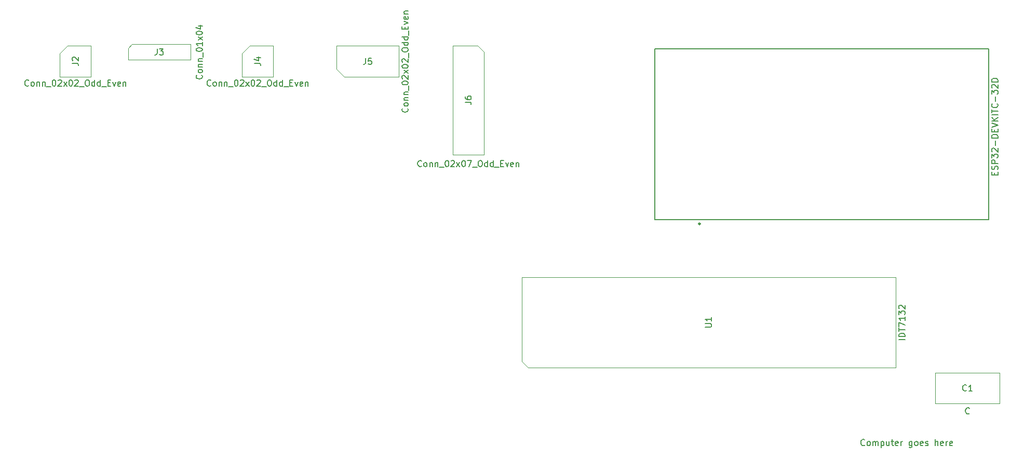
<source format=gbr>
G04 #@! TF.GenerationSoftware,KiCad,Pcbnew,5.1.10-88a1d61d58~88~ubuntu18.04.1*
G04 #@! TF.CreationDate,2021-08-07T15:14:50-07:00*
G04 #@! TF.ProjectId,apple2idiot_new,6170706c-6532-4696-9469-6f745f6e6577,1.1*
G04 #@! TF.SameCoordinates,Original*
G04 #@! TF.FileFunction,Other,Fab,Top*
%FSLAX46Y46*%
G04 Gerber Fmt 4.6, Leading zero omitted, Abs format (unit mm)*
G04 Created by KiCad (PCBNEW 5.1.10-88a1d61d58~88~ubuntu18.04.1) date 2021-08-07 15:14:50*
%MOMM*%
%LPD*%
G01*
G04 APERTURE LIST*
%ADD10C,0.127000*%
%ADD11C,0.280000*%
%ADD12C,0.100000*%
%ADD13C,0.150000*%
G04 APERTURE END LIST*
D10*
X181050000Y-87050000D02*
X181050000Y-59150000D01*
X181050000Y-59150000D02*
X235450000Y-59150000D01*
X235450000Y-59150000D02*
X235450000Y-87050000D01*
X235450000Y-87050000D02*
X181050000Y-87050000D01*
D11*
X188440000Y-87700000D02*
G75*
G03*
X188440000Y-87700000I-140000J0D01*
G01*
X188440000Y-87700000D02*
G75*
G03*
X188440000Y-87700000I-140000J0D01*
G01*
D12*
X159330000Y-110145000D02*
X159330000Y-96415000D01*
X159330000Y-96415000D02*
X220290000Y-96415000D01*
X220290000Y-96415000D02*
X220290000Y-111145000D01*
X220290000Y-111145000D02*
X160330000Y-111145000D01*
X160330000Y-111145000D02*
X159330000Y-110145000D01*
X148090000Y-58630000D02*
X152170000Y-58630000D01*
X152170000Y-58630000D02*
X153170000Y-59630000D01*
X153170000Y-59630000D02*
X153170000Y-76410000D01*
X153170000Y-76410000D02*
X148090000Y-76410000D01*
X148090000Y-76410000D02*
X148090000Y-58630000D01*
X129130000Y-62500000D02*
X129130000Y-58690000D01*
X129130000Y-58690000D02*
X139290000Y-58690000D01*
X139290000Y-58690000D02*
X139290000Y-63770000D01*
X139290000Y-63770000D02*
X130400000Y-63770000D01*
X130400000Y-63770000D02*
X129130000Y-62500000D01*
X115000000Y-58630000D02*
X118810000Y-58630000D01*
X118810000Y-58630000D02*
X118810000Y-63710000D01*
X118810000Y-63710000D02*
X113730000Y-63710000D01*
X113730000Y-63710000D02*
X113730000Y-59900000D01*
X113730000Y-59900000D02*
X115000000Y-58630000D01*
X95130000Y-60970000D02*
X95130000Y-59065000D01*
X95130000Y-59065000D02*
X95765000Y-58430000D01*
X95765000Y-58430000D02*
X105290000Y-58430000D01*
X105290000Y-58430000D02*
X105290000Y-60970000D01*
X105290000Y-60970000D02*
X95130000Y-60970000D01*
X85300000Y-58630000D02*
X89110000Y-58630000D01*
X89110000Y-58630000D02*
X89110000Y-63710000D01*
X89110000Y-63710000D02*
X84030000Y-63710000D01*
X84030000Y-63710000D02*
X84030000Y-59900000D01*
X84030000Y-59900000D02*
X85300000Y-58630000D01*
X226750000Y-112000000D02*
X226750000Y-117000000D01*
X226750000Y-117000000D02*
X237250000Y-117000000D01*
X237250000Y-117000000D02*
X237250000Y-112000000D01*
X237250000Y-112000000D02*
X226750000Y-112000000D01*
D13*
X236423031Y-79700174D02*
X236423031Y-79366492D01*
X236947389Y-79223485D02*
X236947389Y-79700174D01*
X235946342Y-79700174D01*
X235946342Y-79223485D01*
X236899720Y-78842134D02*
X236947389Y-78699127D01*
X236947389Y-78460783D01*
X236899720Y-78365445D01*
X236852051Y-78317776D01*
X236756713Y-78270107D01*
X236661376Y-78270107D01*
X236566038Y-78317776D01*
X236518369Y-78365445D01*
X236470700Y-78460783D01*
X236423031Y-78651458D01*
X236375362Y-78746796D01*
X236327693Y-78794465D01*
X236232356Y-78842134D01*
X236137018Y-78842134D01*
X236041680Y-78794465D01*
X235994011Y-78746796D01*
X235946342Y-78651458D01*
X235946342Y-78413114D01*
X235994011Y-78270107D01*
X236947389Y-77841087D02*
X235946342Y-77841087D01*
X235946342Y-77459736D01*
X235994011Y-77364398D01*
X236041680Y-77316729D01*
X236137018Y-77269060D01*
X236280024Y-77269060D01*
X236375362Y-77316729D01*
X236423031Y-77364398D01*
X236470700Y-77459736D01*
X236470700Y-77841087D01*
X235946342Y-76935378D02*
X235946342Y-76315682D01*
X236327693Y-76649364D01*
X236327693Y-76506358D01*
X236375362Y-76411020D01*
X236423031Y-76363351D01*
X236518369Y-76315682D01*
X236756713Y-76315682D01*
X236852051Y-76363351D01*
X236899720Y-76411020D01*
X236947389Y-76506358D01*
X236947389Y-76792371D01*
X236899720Y-76887709D01*
X236852051Y-76935378D01*
X236041680Y-75934331D02*
X235994011Y-75886662D01*
X235946342Y-75791324D01*
X235946342Y-75552980D01*
X235994011Y-75457642D01*
X236041680Y-75409973D01*
X236137018Y-75362304D01*
X236232356Y-75362304D01*
X236375362Y-75409973D01*
X236947389Y-75982000D01*
X236947389Y-75362304D01*
X236566038Y-74933284D02*
X236566038Y-74170581D01*
X236947389Y-73693892D02*
X235946342Y-73693892D01*
X235946342Y-73455548D01*
X235994011Y-73312541D01*
X236089349Y-73217203D01*
X236184687Y-73169534D01*
X236375362Y-73121865D01*
X236518369Y-73121865D01*
X236709045Y-73169534D01*
X236804382Y-73217203D01*
X236899720Y-73312541D01*
X236947389Y-73455548D01*
X236947389Y-73693892D01*
X236423031Y-72692845D02*
X236423031Y-72359163D01*
X236947389Y-72216156D02*
X236947389Y-72692845D01*
X235946342Y-72692845D01*
X235946342Y-72216156D01*
X235946342Y-71930143D02*
X236947389Y-71596461D01*
X235946342Y-71262778D01*
X236947389Y-70929096D02*
X235946342Y-70929096D01*
X236947389Y-70357069D02*
X236375362Y-70786089D01*
X235946342Y-70357069D02*
X236518369Y-70929096D01*
X236947389Y-69928049D02*
X235946342Y-69928049D01*
X235946342Y-69594367D02*
X235946342Y-69022340D01*
X236947389Y-69308353D02*
X235946342Y-69308353D01*
X236852051Y-68116630D02*
X236899720Y-68164299D01*
X236947389Y-68307306D01*
X236947389Y-68402644D01*
X236899720Y-68545651D01*
X236804382Y-68640988D01*
X236709045Y-68688657D01*
X236518369Y-68736326D01*
X236375362Y-68736326D01*
X236184687Y-68688657D01*
X236089349Y-68640988D01*
X235994011Y-68545651D01*
X235946342Y-68402644D01*
X235946342Y-68307306D01*
X235994011Y-68164299D01*
X236041680Y-68116630D01*
X236566038Y-67687610D02*
X236566038Y-66924908D01*
X235946342Y-66543557D02*
X235946342Y-65923861D01*
X236327693Y-66257543D01*
X236327693Y-66114536D01*
X236375362Y-66019199D01*
X236423031Y-65971530D01*
X236518369Y-65923861D01*
X236756713Y-65923861D01*
X236852051Y-65971530D01*
X236899720Y-66019199D01*
X236947389Y-66114536D01*
X236947389Y-66400550D01*
X236899720Y-66495888D01*
X236852051Y-66543557D01*
X236041680Y-65542510D02*
X235994011Y-65494841D01*
X235946342Y-65399503D01*
X235946342Y-65161158D01*
X235994011Y-65065821D01*
X236041680Y-65018152D01*
X236137018Y-64970483D01*
X236232356Y-64970483D01*
X236375362Y-65018152D01*
X236947389Y-65590179D01*
X236947389Y-64970483D01*
X236947389Y-64541463D02*
X235946342Y-64541463D01*
X235946342Y-64303118D01*
X235994011Y-64160111D01*
X236089349Y-64064774D01*
X236184687Y-64017105D01*
X236375362Y-63969436D01*
X236518369Y-63969436D01*
X236709045Y-64017105D01*
X236804382Y-64064774D01*
X236899720Y-64160111D01*
X236947389Y-64303118D01*
X236947389Y-64541463D01*
X221802380Y-106565714D02*
X220802380Y-106565714D01*
X221802380Y-106089523D02*
X220802380Y-106089523D01*
X220802380Y-105851428D01*
X220850000Y-105708571D01*
X220945238Y-105613333D01*
X221040476Y-105565714D01*
X221230952Y-105518095D01*
X221373809Y-105518095D01*
X221564285Y-105565714D01*
X221659523Y-105613333D01*
X221754761Y-105708571D01*
X221802380Y-105851428D01*
X221802380Y-106089523D01*
X220802380Y-105232380D02*
X220802380Y-104660952D01*
X221802380Y-104946666D02*
X220802380Y-104946666D01*
X220802380Y-104422857D02*
X220802380Y-103756190D01*
X221802380Y-104184761D01*
X221802380Y-102851428D02*
X221802380Y-103422857D01*
X221802380Y-103137142D02*
X220802380Y-103137142D01*
X220945238Y-103232380D01*
X221040476Y-103327619D01*
X221088095Y-103422857D01*
X220802380Y-102518095D02*
X220802380Y-101899047D01*
X221183333Y-102232380D01*
X221183333Y-102089523D01*
X221230952Y-101994285D01*
X221278571Y-101946666D01*
X221373809Y-101899047D01*
X221611904Y-101899047D01*
X221707142Y-101946666D01*
X221754761Y-101994285D01*
X221802380Y-102089523D01*
X221802380Y-102375238D01*
X221754761Y-102470476D01*
X221707142Y-102518095D01*
X220897619Y-101518095D02*
X220850000Y-101470476D01*
X220802380Y-101375238D01*
X220802380Y-101137142D01*
X220850000Y-101041904D01*
X220897619Y-100994285D01*
X220992857Y-100946666D01*
X221088095Y-100946666D01*
X221230952Y-100994285D01*
X221802380Y-101565714D01*
X221802380Y-100946666D01*
X189262380Y-104541904D02*
X190071904Y-104541904D01*
X190167142Y-104494285D01*
X190214761Y-104446666D01*
X190262380Y-104351428D01*
X190262380Y-104160952D01*
X190214761Y-104065714D01*
X190167142Y-104018095D01*
X190071904Y-103970476D01*
X189262380Y-103970476D01*
X190262380Y-102970476D02*
X190262380Y-103541904D01*
X190262380Y-103256190D02*
X189262380Y-103256190D01*
X189405238Y-103351428D01*
X189500476Y-103446666D01*
X189548095Y-103541904D01*
X142987142Y-78267142D02*
X142939523Y-78314761D01*
X142796666Y-78362380D01*
X142701428Y-78362380D01*
X142558571Y-78314761D01*
X142463333Y-78219523D01*
X142415714Y-78124285D01*
X142368095Y-77933809D01*
X142368095Y-77790952D01*
X142415714Y-77600476D01*
X142463333Y-77505238D01*
X142558571Y-77410000D01*
X142701428Y-77362380D01*
X142796666Y-77362380D01*
X142939523Y-77410000D01*
X142987142Y-77457619D01*
X143558571Y-78362380D02*
X143463333Y-78314761D01*
X143415714Y-78267142D01*
X143368095Y-78171904D01*
X143368095Y-77886190D01*
X143415714Y-77790952D01*
X143463333Y-77743333D01*
X143558571Y-77695714D01*
X143701428Y-77695714D01*
X143796666Y-77743333D01*
X143844285Y-77790952D01*
X143891904Y-77886190D01*
X143891904Y-78171904D01*
X143844285Y-78267142D01*
X143796666Y-78314761D01*
X143701428Y-78362380D01*
X143558571Y-78362380D01*
X144320476Y-77695714D02*
X144320476Y-78362380D01*
X144320476Y-77790952D02*
X144368095Y-77743333D01*
X144463333Y-77695714D01*
X144606190Y-77695714D01*
X144701428Y-77743333D01*
X144749047Y-77838571D01*
X144749047Y-78362380D01*
X145225238Y-77695714D02*
X145225238Y-78362380D01*
X145225238Y-77790952D02*
X145272857Y-77743333D01*
X145368095Y-77695714D01*
X145510952Y-77695714D01*
X145606190Y-77743333D01*
X145653809Y-77838571D01*
X145653809Y-78362380D01*
X145891904Y-78457619D02*
X146653809Y-78457619D01*
X147082380Y-77362380D02*
X147177619Y-77362380D01*
X147272857Y-77410000D01*
X147320476Y-77457619D01*
X147368095Y-77552857D01*
X147415714Y-77743333D01*
X147415714Y-77981428D01*
X147368095Y-78171904D01*
X147320476Y-78267142D01*
X147272857Y-78314761D01*
X147177619Y-78362380D01*
X147082380Y-78362380D01*
X146987142Y-78314761D01*
X146939523Y-78267142D01*
X146891904Y-78171904D01*
X146844285Y-77981428D01*
X146844285Y-77743333D01*
X146891904Y-77552857D01*
X146939523Y-77457619D01*
X146987142Y-77410000D01*
X147082380Y-77362380D01*
X147796666Y-77457619D02*
X147844285Y-77410000D01*
X147939523Y-77362380D01*
X148177619Y-77362380D01*
X148272857Y-77410000D01*
X148320476Y-77457619D01*
X148368095Y-77552857D01*
X148368095Y-77648095D01*
X148320476Y-77790952D01*
X147749047Y-78362380D01*
X148368095Y-78362380D01*
X148701428Y-78362380D02*
X149225238Y-77695714D01*
X148701428Y-77695714D02*
X149225238Y-78362380D01*
X149796666Y-77362380D02*
X149891904Y-77362380D01*
X149987142Y-77410000D01*
X150034761Y-77457619D01*
X150082380Y-77552857D01*
X150130000Y-77743333D01*
X150130000Y-77981428D01*
X150082380Y-78171904D01*
X150034761Y-78267142D01*
X149987142Y-78314761D01*
X149891904Y-78362380D01*
X149796666Y-78362380D01*
X149701428Y-78314761D01*
X149653809Y-78267142D01*
X149606190Y-78171904D01*
X149558571Y-77981428D01*
X149558571Y-77743333D01*
X149606190Y-77552857D01*
X149653809Y-77457619D01*
X149701428Y-77410000D01*
X149796666Y-77362380D01*
X150463333Y-77362380D02*
X151130000Y-77362380D01*
X150701428Y-78362380D01*
X151272857Y-78457619D02*
X152034761Y-78457619D01*
X152463333Y-77362380D02*
X152653809Y-77362380D01*
X152749047Y-77410000D01*
X152844285Y-77505238D01*
X152891904Y-77695714D01*
X152891904Y-78029047D01*
X152844285Y-78219523D01*
X152749047Y-78314761D01*
X152653809Y-78362380D01*
X152463333Y-78362380D01*
X152368095Y-78314761D01*
X152272857Y-78219523D01*
X152225238Y-78029047D01*
X152225238Y-77695714D01*
X152272857Y-77505238D01*
X152368095Y-77410000D01*
X152463333Y-77362380D01*
X153749047Y-78362380D02*
X153749047Y-77362380D01*
X153749047Y-78314761D02*
X153653809Y-78362380D01*
X153463333Y-78362380D01*
X153368095Y-78314761D01*
X153320476Y-78267142D01*
X153272857Y-78171904D01*
X153272857Y-77886190D01*
X153320476Y-77790952D01*
X153368095Y-77743333D01*
X153463333Y-77695714D01*
X153653809Y-77695714D01*
X153749047Y-77743333D01*
X154653809Y-78362380D02*
X154653809Y-77362380D01*
X154653809Y-78314761D02*
X154558571Y-78362380D01*
X154368095Y-78362380D01*
X154272857Y-78314761D01*
X154225238Y-78267142D01*
X154177619Y-78171904D01*
X154177619Y-77886190D01*
X154225238Y-77790952D01*
X154272857Y-77743333D01*
X154368095Y-77695714D01*
X154558571Y-77695714D01*
X154653809Y-77743333D01*
X154891904Y-78457619D02*
X155653809Y-78457619D01*
X155891904Y-77838571D02*
X156225238Y-77838571D01*
X156368095Y-78362380D02*
X155891904Y-78362380D01*
X155891904Y-77362380D01*
X156368095Y-77362380D01*
X156701428Y-77695714D02*
X156939523Y-78362380D01*
X157177619Y-77695714D01*
X157939523Y-78314761D02*
X157844285Y-78362380D01*
X157653809Y-78362380D01*
X157558571Y-78314761D01*
X157510952Y-78219523D01*
X157510952Y-77838571D01*
X157558571Y-77743333D01*
X157653809Y-77695714D01*
X157844285Y-77695714D01*
X157939523Y-77743333D01*
X157987142Y-77838571D01*
X157987142Y-77933809D01*
X157510952Y-78029047D01*
X158415714Y-77695714D02*
X158415714Y-78362380D01*
X158415714Y-77790952D02*
X158463333Y-77743333D01*
X158558571Y-77695714D01*
X158701428Y-77695714D01*
X158796666Y-77743333D01*
X158844285Y-77838571D01*
X158844285Y-78362380D01*
X150082380Y-67853333D02*
X150796666Y-67853333D01*
X150939523Y-67900952D01*
X151034761Y-67996190D01*
X151082380Y-68139047D01*
X151082380Y-68234285D01*
X150082380Y-66948571D02*
X150082380Y-67139047D01*
X150130000Y-67234285D01*
X150177619Y-67281904D01*
X150320476Y-67377142D01*
X150510952Y-67424761D01*
X150891904Y-67424761D01*
X150987142Y-67377142D01*
X151034761Y-67329523D01*
X151082380Y-67234285D01*
X151082380Y-67043809D01*
X151034761Y-66948571D01*
X150987142Y-66900952D01*
X150891904Y-66853333D01*
X150653809Y-66853333D01*
X150558571Y-66900952D01*
X150510952Y-66948571D01*
X150463333Y-67043809D01*
X150463333Y-67234285D01*
X150510952Y-67329523D01*
X150558571Y-67377142D01*
X150653809Y-67424761D01*
X140707142Y-68872857D02*
X140754761Y-68920476D01*
X140802380Y-69063333D01*
X140802380Y-69158571D01*
X140754761Y-69301428D01*
X140659523Y-69396666D01*
X140564285Y-69444285D01*
X140373809Y-69491904D01*
X140230952Y-69491904D01*
X140040476Y-69444285D01*
X139945238Y-69396666D01*
X139850000Y-69301428D01*
X139802380Y-69158571D01*
X139802380Y-69063333D01*
X139850000Y-68920476D01*
X139897619Y-68872857D01*
X140802380Y-68301428D02*
X140754761Y-68396666D01*
X140707142Y-68444285D01*
X140611904Y-68491904D01*
X140326190Y-68491904D01*
X140230952Y-68444285D01*
X140183333Y-68396666D01*
X140135714Y-68301428D01*
X140135714Y-68158571D01*
X140183333Y-68063333D01*
X140230952Y-68015714D01*
X140326190Y-67968095D01*
X140611904Y-67968095D01*
X140707142Y-68015714D01*
X140754761Y-68063333D01*
X140802380Y-68158571D01*
X140802380Y-68301428D01*
X140135714Y-67539523D02*
X140802380Y-67539523D01*
X140230952Y-67539523D02*
X140183333Y-67491904D01*
X140135714Y-67396666D01*
X140135714Y-67253809D01*
X140183333Y-67158571D01*
X140278571Y-67110952D01*
X140802380Y-67110952D01*
X140135714Y-66634761D02*
X140802380Y-66634761D01*
X140230952Y-66634761D02*
X140183333Y-66587142D01*
X140135714Y-66491904D01*
X140135714Y-66349047D01*
X140183333Y-66253809D01*
X140278571Y-66206190D01*
X140802380Y-66206190D01*
X140897619Y-65968095D02*
X140897619Y-65206190D01*
X139802380Y-64777619D02*
X139802380Y-64682380D01*
X139850000Y-64587142D01*
X139897619Y-64539523D01*
X139992857Y-64491904D01*
X140183333Y-64444285D01*
X140421428Y-64444285D01*
X140611904Y-64491904D01*
X140707142Y-64539523D01*
X140754761Y-64587142D01*
X140802380Y-64682380D01*
X140802380Y-64777619D01*
X140754761Y-64872857D01*
X140707142Y-64920476D01*
X140611904Y-64968095D01*
X140421428Y-65015714D01*
X140183333Y-65015714D01*
X139992857Y-64968095D01*
X139897619Y-64920476D01*
X139850000Y-64872857D01*
X139802380Y-64777619D01*
X139897619Y-64063333D02*
X139850000Y-64015714D01*
X139802380Y-63920476D01*
X139802380Y-63682380D01*
X139850000Y-63587142D01*
X139897619Y-63539523D01*
X139992857Y-63491904D01*
X140088095Y-63491904D01*
X140230952Y-63539523D01*
X140802380Y-64110952D01*
X140802380Y-63491904D01*
X140802380Y-63158571D02*
X140135714Y-62634761D01*
X140135714Y-63158571D02*
X140802380Y-62634761D01*
X139802380Y-62063333D02*
X139802380Y-61968095D01*
X139850000Y-61872857D01*
X139897619Y-61825238D01*
X139992857Y-61777619D01*
X140183333Y-61730000D01*
X140421428Y-61730000D01*
X140611904Y-61777619D01*
X140707142Y-61825238D01*
X140754761Y-61872857D01*
X140802380Y-61968095D01*
X140802380Y-62063333D01*
X140754761Y-62158571D01*
X140707142Y-62206190D01*
X140611904Y-62253809D01*
X140421428Y-62301428D01*
X140183333Y-62301428D01*
X139992857Y-62253809D01*
X139897619Y-62206190D01*
X139850000Y-62158571D01*
X139802380Y-62063333D01*
X139897619Y-61349047D02*
X139850000Y-61301428D01*
X139802380Y-61206190D01*
X139802380Y-60968095D01*
X139850000Y-60872857D01*
X139897619Y-60825238D01*
X139992857Y-60777619D01*
X140088095Y-60777619D01*
X140230952Y-60825238D01*
X140802380Y-61396666D01*
X140802380Y-60777619D01*
X140897619Y-60587142D02*
X140897619Y-59825238D01*
X139802380Y-59396666D02*
X139802380Y-59206190D01*
X139850000Y-59110952D01*
X139945238Y-59015714D01*
X140135714Y-58968095D01*
X140469047Y-58968095D01*
X140659523Y-59015714D01*
X140754761Y-59110952D01*
X140802380Y-59206190D01*
X140802380Y-59396666D01*
X140754761Y-59491904D01*
X140659523Y-59587142D01*
X140469047Y-59634761D01*
X140135714Y-59634761D01*
X139945238Y-59587142D01*
X139850000Y-59491904D01*
X139802380Y-59396666D01*
X140802380Y-58110952D02*
X139802380Y-58110952D01*
X140754761Y-58110952D02*
X140802380Y-58206190D01*
X140802380Y-58396666D01*
X140754761Y-58491904D01*
X140707142Y-58539523D01*
X140611904Y-58587142D01*
X140326190Y-58587142D01*
X140230952Y-58539523D01*
X140183333Y-58491904D01*
X140135714Y-58396666D01*
X140135714Y-58206190D01*
X140183333Y-58110952D01*
X140802380Y-57206190D02*
X139802380Y-57206190D01*
X140754761Y-57206190D02*
X140802380Y-57301428D01*
X140802380Y-57491904D01*
X140754761Y-57587142D01*
X140707142Y-57634761D01*
X140611904Y-57682380D01*
X140326190Y-57682380D01*
X140230952Y-57634761D01*
X140183333Y-57587142D01*
X140135714Y-57491904D01*
X140135714Y-57301428D01*
X140183333Y-57206190D01*
X140897619Y-56968095D02*
X140897619Y-56206190D01*
X140278571Y-55968095D02*
X140278571Y-55634761D01*
X140802380Y-55491904D02*
X140802380Y-55968095D01*
X139802380Y-55968095D01*
X139802380Y-55491904D01*
X140135714Y-55158571D02*
X140802380Y-54920476D01*
X140135714Y-54682380D01*
X140754761Y-53920476D02*
X140802380Y-54015714D01*
X140802380Y-54206190D01*
X140754761Y-54301428D01*
X140659523Y-54349047D01*
X140278571Y-54349047D01*
X140183333Y-54301428D01*
X140135714Y-54206190D01*
X140135714Y-54015714D01*
X140183333Y-53920476D01*
X140278571Y-53872857D01*
X140373809Y-53872857D01*
X140469047Y-54349047D01*
X140135714Y-53444285D02*
X140802380Y-53444285D01*
X140230952Y-53444285D02*
X140183333Y-53396666D01*
X140135714Y-53301428D01*
X140135714Y-53158571D01*
X140183333Y-53063333D01*
X140278571Y-53015714D01*
X140802380Y-53015714D01*
X133876666Y-60682380D02*
X133876666Y-61396666D01*
X133829047Y-61539523D01*
X133733809Y-61634761D01*
X133590952Y-61682380D01*
X133495714Y-61682380D01*
X134829047Y-60682380D02*
X134352857Y-60682380D01*
X134305238Y-61158571D01*
X134352857Y-61110952D01*
X134448095Y-61063333D01*
X134686190Y-61063333D01*
X134781428Y-61110952D01*
X134829047Y-61158571D01*
X134876666Y-61253809D01*
X134876666Y-61491904D01*
X134829047Y-61587142D01*
X134781428Y-61634761D01*
X134686190Y-61682380D01*
X134448095Y-61682380D01*
X134352857Y-61634761D01*
X134305238Y-61587142D01*
X108627142Y-65127142D02*
X108579523Y-65174761D01*
X108436666Y-65222380D01*
X108341428Y-65222380D01*
X108198571Y-65174761D01*
X108103333Y-65079523D01*
X108055714Y-64984285D01*
X108008095Y-64793809D01*
X108008095Y-64650952D01*
X108055714Y-64460476D01*
X108103333Y-64365238D01*
X108198571Y-64270000D01*
X108341428Y-64222380D01*
X108436666Y-64222380D01*
X108579523Y-64270000D01*
X108627142Y-64317619D01*
X109198571Y-65222380D02*
X109103333Y-65174761D01*
X109055714Y-65127142D01*
X109008095Y-65031904D01*
X109008095Y-64746190D01*
X109055714Y-64650952D01*
X109103333Y-64603333D01*
X109198571Y-64555714D01*
X109341428Y-64555714D01*
X109436666Y-64603333D01*
X109484285Y-64650952D01*
X109531904Y-64746190D01*
X109531904Y-65031904D01*
X109484285Y-65127142D01*
X109436666Y-65174761D01*
X109341428Y-65222380D01*
X109198571Y-65222380D01*
X109960476Y-64555714D02*
X109960476Y-65222380D01*
X109960476Y-64650952D02*
X110008095Y-64603333D01*
X110103333Y-64555714D01*
X110246190Y-64555714D01*
X110341428Y-64603333D01*
X110389047Y-64698571D01*
X110389047Y-65222380D01*
X110865238Y-64555714D02*
X110865238Y-65222380D01*
X110865238Y-64650952D02*
X110912857Y-64603333D01*
X111008095Y-64555714D01*
X111150952Y-64555714D01*
X111246190Y-64603333D01*
X111293809Y-64698571D01*
X111293809Y-65222380D01*
X111531904Y-65317619D02*
X112293809Y-65317619D01*
X112722380Y-64222380D02*
X112817619Y-64222380D01*
X112912857Y-64270000D01*
X112960476Y-64317619D01*
X113008095Y-64412857D01*
X113055714Y-64603333D01*
X113055714Y-64841428D01*
X113008095Y-65031904D01*
X112960476Y-65127142D01*
X112912857Y-65174761D01*
X112817619Y-65222380D01*
X112722380Y-65222380D01*
X112627142Y-65174761D01*
X112579523Y-65127142D01*
X112531904Y-65031904D01*
X112484285Y-64841428D01*
X112484285Y-64603333D01*
X112531904Y-64412857D01*
X112579523Y-64317619D01*
X112627142Y-64270000D01*
X112722380Y-64222380D01*
X113436666Y-64317619D02*
X113484285Y-64270000D01*
X113579523Y-64222380D01*
X113817619Y-64222380D01*
X113912857Y-64270000D01*
X113960476Y-64317619D01*
X114008095Y-64412857D01*
X114008095Y-64508095D01*
X113960476Y-64650952D01*
X113389047Y-65222380D01*
X114008095Y-65222380D01*
X114341428Y-65222380D02*
X114865238Y-64555714D01*
X114341428Y-64555714D02*
X114865238Y-65222380D01*
X115436666Y-64222380D02*
X115531904Y-64222380D01*
X115627142Y-64270000D01*
X115674761Y-64317619D01*
X115722380Y-64412857D01*
X115770000Y-64603333D01*
X115770000Y-64841428D01*
X115722380Y-65031904D01*
X115674761Y-65127142D01*
X115627142Y-65174761D01*
X115531904Y-65222380D01*
X115436666Y-65222380D01*
X115341428Y-65174761D01*
X115293809Y-65127142D01*
X115246190Y-65031904D01*
X115198571Y-64841428D01*
X115198571Y-64603333D01*
X115246190Y-64412857D01*
X115293809Y-64317619D01*
X115341428Y-64270000D01*
X115436666Y-64222380D01*
X116150952Y-64317619D02*
X116198571Y-64270000D01*
X116293809Y-64222380D01*
X116531904Y-64222380D01*
X116627142Y-64270000D01*
X116674761Y-64317619D01*
X116722380Y-64412857D01*
X116722380Y-64508095D01*
X116674761Y-64650952D01*
X116103333Y-65222380D01*
X116722380Y-65222380D01*
X116912857Y-65317619D02*
X117674761Y-65317619D01*
X118103333Y-64222380D02*
X118293809Y-64222380D01*
X118389047Y-64270000D01*
X118484285Y-64365238D01*
X118531904Y-64555714D01*
X118531904Y-64889047D01*
X118484285Y-65079523D01*
X118389047Y-65174761D01*
X118293809Y-65222380D01*
X118103333Y-65222380D01*
X118008095Y-65174761D01*
X117912857Y-65079523D01*
X117865238Y-64889047D01*
X117865238Y-64555714D01*
X117912857Y-64365238D01*
X118008095Y-64270000D01*
X118103333Y-64222380D01*
X119389047Y-65222380D02*
X119389047Y-64222380D01*
X119389047Y-65174761D02*
X119293809Y-65222380D01*
X119103333Y-65222380D01*
X119008095Y-65174761D01*
X118960476Y-65127142D01*
X118912857Y-65031904D01*
X118912857Y-64746190D01*
X118960476Y-64650952D01*
X119008095Y-64603333D01*
X119103333Y-64555714D01*
X119293809Y-64555714D01*
X119389047Y-64603333D01*
X120293809Y-65222380D02*
X120293809Y-64222380D01*
X120293809Y-65174761D02*
X120198571Y-65222380D01*
X120008095Y-65222380D01*
X119912857Y-65174761D01*
X119865238Y-65127142D01*
X119817619Y-65031904D01*
X119817619Y-64746190D01*
X119865238Y-64650952D01*
X119912857Y-64603333D01*
X120008095Y-64555714D01*
X120198571Y-64555714D01*
X120293809Y-64603333D01*
X120531904Y-65317619D02*
X121293809Y-65317619D01*
X121531904Y-64698571D02*
X121865238Y-64698571D01*
X122008095Y-65222380D02*
X121531904Y-65222380D01*
X121531904Y-64222380D01*
X122008095Y-64222380D01*
X122341428Y-64555714D02*
X122579523Y-65222380D01*
X122817619Y-64555714D01*
X123579523Y-65174761D02*
X123484285Y-65222380D01*
X123293809Y-65222380D01*
X123198571Y-65174761D01*
X123150952Y-65079523D01*
X123150952Y-64698571D01*
X123198571Y-64603333D01*
X123293809Y-64555714D01*
X123484285Y-64555714D01*
X123579523Y-64603333D01*
X123627142Y-64698571D01*
X123627142Y-64793809D01*
X123150952Y-64889047D01*
X124055714Y-64555714D02*
X124055714Y-65222380D01*
X124055714Y-64650952D02*
X124103333Y-64603333D01*
X124198571Y-64555714D01*
X124341428Y-64555714D01*
X124436666Y-64603333D01*
X124484285Y-64698571D01*
X124484285Y-65222380D01*
X115722380Y-61503333D02*
X116436666Y-61503333D01*
X116579523Y-61550952D01*
X116674761Y-61646190D01*
X116722380Y-61789047D01*
X116722380Y-61884285D01*
X116055714Y-60598571D02*
X116722380Y-60598571D01*
X115674761Y-60836666D02*
X116389047Y-61074761D01*
X116389047Y-60455714D01*
X107147142Y-63438095D02*
X107194761Y-63485714D01*
X107242380Y-63628571D01*
X107242380Y-63723809D01*
X107194761Y-63866666D01*
X107099523Y-63961904D01*
X107004285Y-64009523D01*
X106813809Y-64057142D01*
X106670952Y-64057142D01*
X106480476Y-64009523D01*
X106385238Y-63961904D01*
X106290000Y-63866666D01*
X106242380Y-63723809D01*
X106242380Y-63628571D01*
X106290000Y-63485714D01*
X106337619Y-63438095D01*
X107242380Y-62866666D02*
X107194761Y-62961904D01*
X107147142Y-63009523D01*
X107051904Y-63057142D01*
X106766190Y-63057142D01*
X106670952Y-63009523D01*
X106623333Y-62961904D01*
X106575714Y-62866666D01*
X106575714Y-62723809D01*
X106623333Y-62628571D01*
X106670952Y-62580952D01*
X106766190Y-62533333D01*
X107051904Y-62533333D01*
X107147142Y-62580952D01*
X107194761Y-62628571D01*
X107242380Y-62723809D01*
X107242380Y-62866666D01*
X106575714Y-62104761D02*
X107242380Y-62104761D01*
X106670952Y-62104761D02*
X106623333Y-62057142D01*
X106575714Y-61961904D01*
X106575714Y-61819047D01*
X106623333Y-61723809D01*
X106718571Y-61676190D01*
X107242380Y-61676190D01*
X106575714Y-61200000D02*
X107242380Y-61200000D01*
X106670952Y-61200000D02*
X106623333Y-61152380D01*
X106575714Y-61057142D01*
X106575714Y-60914285D01*
X106623333Y-60819047D01*
X106718571Y-60771428D01*
X107242380Y-60771428D01*
X107337619Y-60533333D02*
X107337619Y-59771428D01*
X106242380Y-59342857D02*
X106242380Y-59247619D01*
X106290000Y-59152380D01*
X106337619Y-59104761D01*
X106432857Y-59057142D01*
X106623333Y-59009523D01*
X106861428Y-59009523D01*
X107051904Y-59057142D01*
X107147142Y-59104761D01*
X107194761Y-59152380D01*
X107242380Y-59247619D01*
X107242380Y-59342857D01*
X107194761Y-59438095D01*
X107147142Y-59485714D01*
X107051904Y-59533333D01*
X106861428Y-59580952D01*
X106623333Y-59580952D01*
X106432857Y-59533333D01*
X106337619Y-59485714D01*
X106290000Y-59438095D01*
X106242380Y-59342857D01*
X107242380Y-58057142D02*
X107242380Y-58628571D01*
X107242380Y-58342857D02*
X106242380Y-58342857D01*
X106385238Y-58438095D01*
X106480476Y-58533333D01*
X106528095Y-58628571D01*
X107242380Y-57723809D02*
X106575714Y-57200000D01*
X106575714Y-57723809D02*
X107242380Y-57200000D01*
X106242380Y-56628571D02*
X106242380Y-56533333D01*
X106290000Y-56438095D01*
X106337619Y-56390476D01*
X106432857Y-56342857D01*
X106623333Y-56295238D01*
X106861428Y-56295238D01*
X107051904Y-56342857D01*
X107147142Y-56390476D01*
X107194761Y-56438095D01*
X107242380Y-56533333D01*
X107242380Y-56628571D01*
X107194761Y-56723809D01*
X107147142Y-56771428D01*
X107051904Y-56819047D01*
X106861428Y-56866666D01*
X106623333Y-56866666D01*
X106432857Y-56819047D01*
X106337619Y-56771428D01*
X106290000Y-56723809D01*
X106242380Y-56628571D01*
X106575714Y-55438095D02*
X107242380Y-55438095D01*
X106194761Y-55676190D02*
X106909047Y-55914285D01*
X106909047Y-55295238D01*
X99876666Y-59152380D02*
X99876666Y-59866666D01*
X99829047Y-60009523D01*
X99733809Y-60104761D01*
X99590952Y-60152380D01*
X99495714Y-60152380D01*
X100257619Y-59152380D02*
X100876666Y-59152380D01*
X100543333Y-59533333D01*
X100686190Y-59533333D01*
X100781428Y-59580952D01*
X100829047Y-59628571D01*
X100876666Y-59723809D01*
X100876666Y-59961904D01*
X100829047Y-60057142D01*
X100781428Y-60104761D01*
X100686190Y-60152380D01*
X100400476Y-60152380D01*
X100305238Y-60104761D01*
X100257619Y-60057142D01*
X78927142Y-65127142D02*
X78879523Y-65174761D01*
X78736666Y-65222380D01*
X78641428Y-65222380D01*
X78498571Y-65174761D01*
X78403333Y-65079523D01*
X78355714Y-64984285D01*
X78308095Y-64793809D01*
X78308095Y-64650952D01*
X78355714Y-64460476D01*
X78403333Y-64365238D01*
X78498571Y-64270000D01*
X78641428Y-64222380D01*
X78736666Y-64222380D01*
X78879523Y-64270000D01*
X78927142Y-64317619D01*
X79498571Y-65222380D02*
X79403333Y-65174761D01*
X79355714Y-65127142D01*
X79308095Y-65031904D01*
X79308095Y-64746190D01*
X79355714Y-64650952D01*
X79403333Y-64603333D01*
X79498571Y-64555714D01*
X79641428Y-64555714D01*
X79736666Y-64603333D01*
X79784285Y-64650952D01*
X79831904Y-64746190D01*
X79831904Y-65031904D01*
X79784285Y-65127142D01*
X79736666Y-65174761D01*
X79641428Y-65222380D01*
X79498571Y-65222380D01*
X80260476Y-64555714D02*
X80260476Y-65222380D01*
X80260476Y-64650952D02*
X80308095Y-64603333D01*
X80403333Y-64555714D01*
X80546190Y-64555714D01*
X80641428Y-64603333D01*
X80689047Y-64698571D01*
X80689047Y-65222380D01*
X81165238Y-64555714D02*
X81165238Y-65222380D01*
X81165238Y-64650952D02*
X81212857Y-64603333D01*
X81308095Y-64555714D01*
X81450952Y-64555714D01*
X81546190Y-64603333D01*
X81593809Y-64698571D01*
X81593809Y-65222380D01*
X81831904Y-65317619D02*
X82593809Y-65317619D01*
X83022380Y-64222380D02*
X83117619Y-64222380D01*
X83212857Y-64270000D01*
X83260476Y-64317619D01*
X83308095Y-64412857D01*
X83355714Y-64603333D01*
X83355714Y-64841428D01*
X83308095Y-65031904D01*
X83260476Y-65127142D01*
X83212857Y-65174761D01*
X83117619Y-65222380D01*
X83022380Y-65222380D01*
X82927142Y-65174761D01*
X82879523Y-65127142D01*
X82831904Y-65031904D01*
X82784285Y-64841428D01*
X82784285Y-64603333D01*
X82831904Y-64412857D01*
X82879523Y-64317619D01*
X82927142Y-64270000D01*
X83022380Y-64222380D01*
X83736666Y-64317619D02*
X83784285Y-64270000D01*
X83879523Y-64222380D01*
X84117619Y-64222380D01*
X84212857Y-64270000D01*
X84260476Y-64317619D01*
X84308095Y-64412857D01*
X84308095Y-64508095D01*
X84260476Y-64650952D01*
X83689047Y-65222380D01*
X84308095Y-65222380D01*
X84641428Y-65222380D02*
X85165238Y-64555714D01*
X84641428Y-64555714D02*
X85165238Y-65222380D01*
X85736666Y-64222380D02*
X85831904Y-64222380D01*
X85927142Y-64270000D01*
X85974761Y-64317619D01*
X86022380Y-64412857D01*
X86070000Y-64603333D01*
X86070000Y-64841428D01*
X86022380Y-65031904D01*
X85974761Y-65127142D01*
X85927142Y-65174761D01*
X85831904Y-65222380D01*
X85736666Y-65222380D01*
X85641428Y-65174761D01*
X85593809Y-65127142D01*
X85546190Y-65031904D01*
X85498571Y-64841428D01*
X85498571Y-64603333D01*
X85546190Y-64412857D01*
X85593809Y-64317619D01*
X85641428Y-64270000D01*
X85736666Y-64222380D01*
X86450952Y-64317619D02*
X86498571Y-64270000D01*
X86593809Y-64222380D01*
X86831904Y-64222380D01*
X86927142Y-64270000D01*
X86974761Y-64317619D01*
X87022380Y-64412857D01*
X87022380Y-64508095D01*
X86974761Y-64650952D01*
X86403333Y-65222380D01*
X87022380Y-65222380D01*
X87212857Y-65317619D02*
X87974761Y-65317619D01*
X88403333Y-64222380D02*
X88593809Y-64222380D01*
X88689047Y-64270000D01*
X88784285Y-64365238D01*
X88831904Y-64555714D01*
X88831904Y-64889047D01*
X88784285Y-65079523D01*
X88689047Y-65174761D01*
X88593809Y-65222380D01*
X88403333Y-65222380D01*
X88308095Y-65174761D01*
X88212857Y-65079523D01*
X88165238Y-64889047D01*
X88165238Y-64555714D01*
X88212857Y-64365238D01*
X88308095Y-64270000D01*
X88403333Y-64222380D01*
X89689047Y-65222380D02*
X89689047Y-64222380D01*
X89689047Y-65174761D02*
X89593809Y-65222380D01*
X89403333Y-65222380D01*
X89308095Y-65174761D01*
X89260476Y-65127142D01*
X89212857Y-65031904D01*
X89212857Y-64746190D01*
X89260476Y-64650952D01*
X89308095Y-64603333D01*
X89403333Y-64555714D01*
X89593809Y-64555714D01*
X89689047Y-64603333D01*
X90593809Y-65222380D02*
X90593809Y-64222380D01*
X90593809Y-65174761D02*
X90498571Y-65222380D01*
X90308095Y-65222380D01*
X90212857Y-65174761D01*
X90165238Y-65127142D01*
X90117619Y-65031904D01*
X90117619Y-64746190D01*
X90165238Y-64650952D01*
X90212857Y-64603333D01*
X90308095Y-64555714D01*
X90498571Y-64555714D01*
X90593809Y-64603333D01*
X90831904Y-65317619D02*
X91593809Y-65317619D01*
X91831904Y-64698571D02*
X92165238Y-64698571D01*
X92308095Y-65222380D02*
X91831904Y-65222380D01*
X91831904Y-64222380D01*
X92308095Y-64222380D01*
X92641428Y-64555714D02*
X92879523Y-65222380D01*
X93117619Y-64555714D01*
X93879523Y-65174761D02*
X93784285Y-65222380D01*
X93593809Y-65222380D01*
X93498571Y-65174761D01*
X93450952Y-65079523D01*
X93450952Y-64698571D01*
X93498571Y-64603333D01*
X93593809Y-64555714D01*
X93784285Y-64555714D01*
X93879523Y-64603333D01*
X93927142Y-64698571D01*
X93927142Y-64793809D01*
X93450952Y-64889047D01*
X94355714Y-64555714D02*
X94355714Y-65222380D01*
X94355714Y-64650952D02*
X94403333Y-64603333D01*
X94498571Y-64555714D01*
X94641428Y-64555714D01*
X94736666Y-64603333D01*
X94784285Y-64698571D01*
X94784285Y-65222380D01*
X86022380Y-61503333D02*
X86736666Y-61503333D01*
X86879523Y-61550952D01*
X86974761Y-61646190D01*
X87022380Y-61789047D01*
X87022380Y-61884285D01*
X86117619Y-61074761D02*
X86070000Y-61027142D01*
X86022380Y-60931904D01*
X86022380Y-60693809D01*
X86070000Y-60598571D01*
X86117619Y-60550952D01*
X86212857Y-60503333D01*
X86308095Y-60503333D01*
X86450952Y-60550952D01*
X87022380Y-61122380D01*
X87022380Y-60503333D01*
X215242857Y-123757142D02*
X215195238Y-123804761D01*
X215052380Y-123852380D01*
X214957142Y-123852380D01*
X214814285Y-123804761D01*
X214719047Y-123709523D01*
X214671428Y-123614285D01*
X214623809Y-123423809D01*
X214623809Y-123280952D01*
X214671428Y-123090476D01*
X214719047Y-122995238D01*
X214814285Y-122900000D01*
X214957142Y-122852380D01*
X215052380Y-122852380D01*
X215195238Y-122900000D01*
X215242857Y-122947619D01*
X215814285Y-123852380D02*
X215719047Y-123804761D01*
X215671428Y-123757142D01*
X215623809Y-123661904D01*
X215623809Y-123376190D01*
X215671428Y-123280952D01*
X215719047Y-123233333D01*
X215814285Y-123185714D01*
X215957142Y-123185714D01*
X216052380Y-123233333D01*
X216100000Y-123280952D01*
X216147619Y-123376190D01*
X216147619Y-123661904D01*
X216100000Y-123757142D01*
X216052380Y-123804761D01*
X215957142Y-123852380D01*
X215814285Y-123852380D01*
X216576190Y-123852380D02*
X216576190Y-123185714D01*
X216576190Y-123280952D02*
X216623809Y-123233333D01*
X216719047Y-123185714D01*
X216861904Y-123185714D01*
X216957142Y-123233333D01*
X217004761Y-123328571D01*
X217004761Y-123852380D01*
X217004761Y-123328571D02*
X217052380Y-123233333D01*
X217147619Y-123185714D01*
X217290476Y-123185714D01*
X217385714Y-123233333D01*
X217433333Y-123328571D01*
X217433333Y-123852380D01*
X217909523Y-123185714D02*
X217909523Y-124185714D01*
X217909523Y-123233333D02*
X218004761Y-123185714D01*
X218195238Y-123185714D01*
X218290476Y-123233333D01*
X218338095Y-123280952D01*
X218385714Y-123376190D01*
X218385714Y-123661904D01*
X218338095Y-123757142D01*
X218290476Y-123804761D01*
X218195238Y-123852380D01*
X218004761Y-123852380D01*
X217909523Y-123804761D01*
X219242857Y-123185714D02*
X219242857Y-123852380D01*
X218814285Y-123185714D02*
X218814285Y-123709523D01*
X218861904Y-123804761D01*
X218957142Y-123852380D01*
X219100000Y-123852380D01*
X219195238Y-123804761D01*
X219242857Y-123757142D01*
X219576190Y-123185714D02*
X219957142Y-123185714D01*
X219719047Y-122852380D02*
X219719047Y-123709523D01*
X219766666Y-123804761D01*
X219861904Y-123852380D01*
X219957142Y-123852380D01*
X220671428Y-123804761D02*
X220576190Y-123852380D01*
X220385714Y-123852380D01*
X220290476Y-123804761D01*
X220242857Y-123709523D01*
X220242857Y-123328571D01*
X220290476Y-123233333D01*
X220385714Y-123185714D01*
X220576190Y-123185714D01*
X220671428Y-123233333D01*
X220719047Y-123328571D01*
X220719047Y-123423809D01*
X220242857Y-123519047D01*
X221147619Y-123852380D02*
X221147619Y-123185714D01*
X221147619Y-123376190D02*
X221195238Y-123280952D01*
X221242857Y-123233333D01*
X221338095Y-123185714D01*
X221433333Y-123185714D01*
X222957142Y-123185714D02*
X222957142Y-123995238D01*
X222909523Y-124090476D01*
X222861904Y-124138095D01*
X222766666Y-124185714D01*
X222623809Y-124185714D01*
X222528571Y-124138095D01*
X222957142Y-123804761D02*
X222861904Y-123852380D01*
X222671428Y-123852380D01*
X222576190Y-123804761D01*
X222528571Y-123757142D01*
X222480952Y-123661904D01*
X222480952Y-123376190D01*
X222528571Y-123280952D01*
X222576190Y-123233333D01*
X222671428Y-123185714D01*
X222861904Y-123185714D01*
X222957142Y-123233333D01*
X223576190Y-123852380D02*
X223480952Y-123804761D01*
X223433333Y-123757142D01*
X223385714Y-123661904D01*
X223385714Y-123376190D01*
X223433333Y-123280952D01*
X223480952Y-123233333D01*
X223576190Y-123185714D01*
X223719047Y-123185714D01*
X223814285Y-123233333D01*
X223861904Y-123280952D01*
X223909523Y-123376190D01*
X223909523Y-123661904D01*
X223861904Y-123757142D01*
X223814285Y-123804761D01*
X223719047Y-123852380D01*
X223576190Y-123852380D01*
X224719047Y-123804761D02*
X224623809Y-123852380D01*
X224433333Y-123852380D01*
X224338095Y-123804761D01*
X224290476Y-123709523D01*
X224290476Y-123328571D01*
X224338095Y-123233333D01*
X224433333Y-123185714D01*
X224623809Y-123185714D01*
X224719047Y-123233333D01*
X224766666Y-123328571D01*
X224766666Y-123423809D01*
X224290476Y-123519047D01*
X225147619Y-123804761D02*
X225242857Y-123852380D01*
X225433333Y-123852380D01*
X225528571Y-123804761D01*
X225576190Y-123709523D01*
X225576190Y-123661904D01*
X225528571Y-123566666D01*
X225433333Y-123519047D01*
X225290476Y-123519047D01*
X225195238Y-123471428D01*
X225147619Y-123376190D01*
X225147619Y-123328571D01*
X225195238Y-123233333D01*
X225290476Y-123185714D01*
X225433333Y-123185714D01*
X225528571Y-123233333D01*
X226766666Y-123852380D02*
X226766666Y-122852380D01*
X227195238Y-123852380D02*
X227195238Y-123328571D01*
X227147619Y-123233333D01*
X227052380Y-123185714D01*
X226909523Y-123185714D01*
X226814285Y-123233333D01*
X226766666Y-123280952D01*
X228052380Y-123804761D02*
X227957142Y-123852380D01*
X227766666Y-123852380D01*
X227671428Y-123804761D01*
X227623809Y-123709523D01*
X227623809Y-123328571D01*
X227671428Y-123233333D01*
X227766666Y-123185714D01*
X227957142Y-123185714D01*
X228052380Y-123233333D01*
X228100000Y-123328571D01*
X228100000Y-123423809D01*
X227623809Y-123519047D01*
X228528571Y-123852380D02*
X228528571Y-123185714D01*
X228528571Y-123376190D02*
X228576190Y-123280952D01*
X228623809Y-123233333D01*
X228719047Y-123185714D01*
X228814285Y-123185714D01*
X229528571Y-123804761D02*
X229433333Y-123852380D01*
X229242857Y-123852380D01*
X229147619Y-123804761D01*
X229100000Y-123709523D01*
X229100000Y-123328571D01*
X229147619Y-123233333D01*
X229242857Y-123185714D01*
X229433333Y-123185714D01*
X229528571Y-123233333D01*
X229576190Y-123328571D01*
X229576190Y-123423809D01*
X229100000Y-123519047D01*
X232309523Y-118607142D02*
X232261904Y-118654761D01*
X232119047Y-118702380D01*
X232023809Y-118702380D01*
X231880952Y-118654761D01*
X231785714Y-118559523D01*
X231738095Y-118464285D01*
X231690476Y-118273809D01*
X231690476Y-118130952D01*
X231738095Y-117940476D01*
X231785714Y-117845238D01*
X231880952Y-117750000D01*
X232023809Y-117702380D01*
X232119047Y-117702380D01*
X232261904Y-117750000D01*
X232309523Y-117797619D01*
X231833333Y-114857142D02*
X231785714Y-114904761D01*
X231642857Y-114952380D01*
X231547619Y-114952380D01*
X231404761Y-114904761D01*
X231309523Y-114809523D01*
X231261904Y-114714285D01*
X231214285Y-114523809D01*
X231214285Y-114380952D01*
X231261904Y-114190476D01*
X231309523Y-114095238D01*
X231404761Y-114000000D01*
X231547619Y-113952380D01*
X231642857Y-113952380D01*
X231785714Y-114000000D01*
X231833333Y-114047619D01*
X232785714Y-114952380D02*
X232214285Y-114952380D01*
X232500000Y-114952380D02*
X232500000Y-113952380D01*
X232404761Y-114095238D01*
X232309523Y-114190476D01*
X232214285Y-114238095D01*
M02*

</source>
